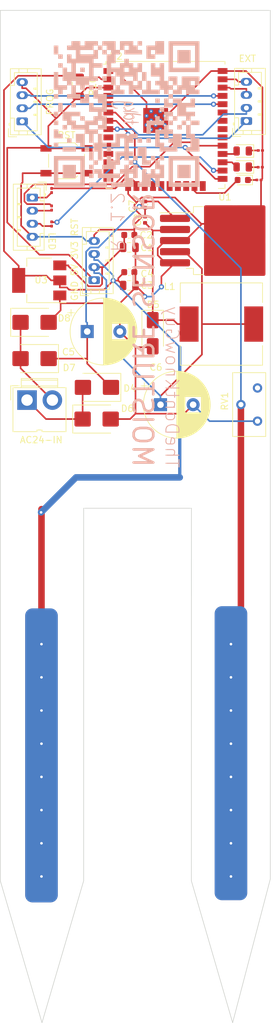
<source format=kicad_pcb>
(kicad_pcb (version 20221018) (generator pcbnew)
  (title_block (title "SPRINKLERS CONTROLLER") (date "2023-10-18") (rev "1.1.0") (company "GIDEONI"))
  (layers (0 "F.Cu" signal) (31 "B.Cu" signal) (34 "B.Paste" user) (35 "F.Paste" user) (36 "B.SilkS" user "B.Silkscreen") (37 "F.SilkS" user "F.Silkscreen") (38 "B.Mask" user) (39 "F.Mask" user) (44 "Edge.Cuts" user))
  (net 0 "")
  (net 2 "GRD")
  (net 4 "3V3")
  (net 11 "Net-(D3-A)")
  (net 12 "Net-(D2-A)")
  (net 20 "Net-(D1-A)")
  (net 21 "Net-(D1-K)")
  (net 22 "Net-(D2-K)")
  (net 23 "Net-(D3-K)")
  (net 24 "Net-(D5-K)")
  (net 25 "Net-(AC24-IN1-Pin_1)")
  (net 26 "Net-(D4-K)")
  (net 28 "Net-(U2-IO5)")
  (net 29 "Net-(U2-IO4)")
  (net 30 "Net-(AC24-IN1-Pin_2)")
  (net 32 "Net-(SENSOR1-Pin_1)")
  (net 36 "Net-(EXT1-Pin_1)")
  (net 37 "Net-(EXT1-Pin_2)")
  (net 38 "Net-(EXT1-Pin_3)")
  (net 39 "Net-(EXT1-Pin_4)")
  (net 40 "Net-(POWER1-Pin_2)")
  (net 41 "Net-(LED1-Pin_1)")
  (net 42 "Net-(LED1-Pin_2)")
  (net 43 "Net-(LED1-Pin_3)")
  (net 44 "Net-(POWER1-Pin_1)")
  (net 45 "Net-(PROG1-Pin_1)")
  (net 46 "Net-(PROG1-Pin_2)")
  (net 47 "Net-(PROG1-Pin_3)")
  (net 48 "Net-(U2-IO13)")
  (footprint "" (layer "F.Cu") (at 151.012298 128.304508)
    (fp_text reference "")
    (fp_text value "")
  )
  (footprint "Package_TO_SOT_SMD:TO-263-5_TabPin3" (layer "F.Cu") (at 150.091 49.8451)
    (fp_text reference "U1")
    (fp_text value "LM2596S-5")
  )
  (footprint "Capacitor_SMD:C_0805_2012Metric" (layer "F.Cu") (at 135.4364 56.7125)
    (fp_text reference "C3")
    (fp_text value "10uF")
  )
  (footprint "Potentiometer_THT:Potentiometer_Bourns_3296Y_Vertical" (layer "F.Cu") (at 155.0794 77.4836 -90)
    (fp_text reference "RV1")
    (fp_text value "R_Potentiometer_Small" hide)
  )
  (footprint "Capacitor_SMD:C_0402_1005Metric" (layer "F.Cu") (at 137.8873 44.3385 90)
    (fp_text reference "C7")
    (fp_text value "25V 1uF X5R ±10% 0402 Multilayer Ceramic Capacitors MLCC - SMD/SMT ROHS")
  )
  (footprint "Diode_SMD:D_SMB" (layer "F.Cu") (at 130.4328 77.1596)
    (fp_text reference "D6")
    (fp_text value "900mV@2A 30ns 2A 50V DO-214AA Diodes " hide)
  )
  (footprint "Connector_JST:JST_PH_B4B-PH-K_1x04_P2.00mm_Vertical" (layer "F.Cu") (at 119.0247 31.5974 90)
    (fp_text reference "PROG1" hide)
    (fp_text value "Conn_01x04_Pin")
  )
  (footprint "Button_Switch_SMD:SW_SPST_TL3342" (layer "F.Cu") (at 125.819502 37.630532)
    (fp_text reference "RST_SW1" hide)
    (fp_text value "SW_SPST")
  )
  (footprint "LED_SMD:LED_0805_2012Metric" (layer "F.Cu") (at 152.815726 36.136291 180)
    (fp_text reference "D3" hide)
    (fp_text value "LED")
  )
  (footprint "Resistor_SMD:R_0201_0603Metric" (layer "F.Cu") (at 155.496987 38.614338 180)
    (fp_text reference "R8" hide)
    (fp_text value "130")
  )
  (footprint "Resistor_SMD:R_0201_0603Metric" (layer "F.Cu") (at 123.5313 44.8607 90)
    (fp_text reference "R12" hide)
    (fp_text value "130")
  )
  (footprint "Diode_SMD:D_SMB" (layer "F.Cu") (at 120.9244 67.9082 180)
    (fp_text reference "D7")
    (fp_text value "900mV@2A 30ns 2A 50V DO-214AA Diodes " hide)
  )
  (footprint "Inductor_SMD:L_12x12mm_H8mm" (layer "F.Cu") (at 149.5458 62.6221)
    (fp_text reference "L1")
    (fp_text value "L")
  )
  (footprint "Connector_JST:JST_PH_B4B-PH-K_1x04_P2.00mm_Vertical" (layer "F.Cu") (at 153.378 31.5467 90)
    (fp_text reference "EXT1" hide)
    (fp_text value "Conn_01x04_Pin")
  )
  (footprint "Capacitor_SMD:C_0603_1608Metric" (layer "F.Cu") (at 135.4364 48.9856)
    (fp_text reference "C2")
    (fp_text value "100nF")
  )
  (footprint "Connector_JST:JST_PH_B4B-PH-K_1x04_P2.00mm_Vertical" (layer "F.Cu") (at 130.0533 55.9048 90)
    (fp_text reference "POWER1" hide)
    (fp_text value "Conn_01x04_Pin")
  )
  (footprint "Resistor_SMD:R_0201_0603Metric" (layer "F.Cu") (at 155.300285 40.564452 180)
    (fp_text reference "R9" hide)
    (fp_text value "130")
  )
  (footprint "Diode_SMD:D_SMB" (layer "F.Cu") (at 130.4783 72.3107 180)
    (fp_text reference "D4")
    (fp_text value "900mV@2A 30ns 2A 50V DO-214AA Diodes " hide)
  )
  (footprint "Capacitor_SMD:C_0603_1608Metric" (layer "F.Cu") (at 135.4364 54.6812)
    (fp_text reference "C4")
    (fp_text value "100nF")
  )
  (footprint "Package_TO_SOT_SMD:SOT-223-3_TabPin2" (layer "F.Cu") (at 121.6393 55.9394 180)
    (fp_text reference "U3")
    (fp_text value "AP1117-33" hide)
  )
  (footprint "Resistor_SMD:R_1206_3216Metric" (layer "F.Cu") (at 127.6075 26.3116 -90)
    (fp_text reference "R10")
    (fp_text value "10K")
  )
  (footprint "RF_Module:ESP32-WROOM-32U" (layer "F.Cu") (at 140.9763 32.1449)
    (fp_text reference "U2")
    (fp_text value "ESP32-WROOM-32U")
  )
  (footprint "" (layer "F.Cu") (at 151.012298 128.304508)
    (fp_text reference "")
    (fp_text value "")
  )
  (footprint "LED_SMD:LED_0603_1608Metric" (layer "F.Cu") (at 152.815726 40.570712 180)
    (fp_text reference "D1" hide)
    (fp_text value "LED")
  )
  (footprint "Diode_SMD:D_SMB" (layer "F.Cu") (at 120.9244 62.3582)
    (fp_text reference "D8")
    (fp_text value "900mV@2A 30ns 2A 50V DO-214AA Diodes " hide)
  )
  (footprint "Resistor_SMD:R_0201_0603Metric" (layer "F.Cu") (at 155.51769 36.051535 180)
    (fp_text reference "R7" hide)
    (fp_text value "130")
  )
  (footprint "" (layer "F.Cu") (at 121.980399 128.640111)
    (fp_text reference "")
    (fp_text value "")
  )
  (footprint "Diode_SMD:D_SMA" (layer "F.Cu") (at 139.0221 64.0218 -90)
    (fp_text reference "D5")
    (fp_text value "B140-E3")
  )
  (footprint "Capacitor_SMD:C_0805_2012Metric" (layer "F.Cu") (at 135.4364 50.8896)
    (fp_text reference "C1")
    (fp_text value "10uF")
  )
  (footprint "LED_SMD:LED_0805_2012Metric" (layer "F.Cu") (at 152.815726 38.580712 180)
    (fp_text reference "D2" hide)
    (fp_text value "LED")
  )
  (footprint "Capacitor_THT:CP_Radial_D10.0mm_P5.00mm" (layer "F.Cu") (at 140.2156 74.9632)
    (fp_text reference "C6")
    (fp_text value "C_Polarized" hide)
  )
  (footprint "Connector_JST:JST_PH_B4B-PH-K_1x04_P2.00mm_Vertical" (layer "F.Cu") (at 120.5739 43.2649 -90)
    (fp_text reference "LED1" hide)
    (fp_text value "Conn_01x04_Pin")
  )
  (footprint "" (layer "F.Cu") (at 121.980399 128.640111)
    (fp_text reference "")
    (fp_text value "")
  )
  (footprint "Resistor_SMD:R_0201_0603Metric" (layer "F.Cu") (at 123.5313 42.1772 90)
    (fp_text reference "R11" hide)
    (fp_text value "130")
  )
  (footprint "Connector:JWT_A3963_1x02_P3.96mm_Vertical" (layer "F.Cu") (at 119.769482 74.257201)
    (fp_text reference "AC24-IN1" hide)
    (fp_text value "Conn_01x02" hide)
  )
  (footprint "Capacitor_SMD:C_0402_1005Metric" (layer "F.Cu") (at 137.8512 46.6513 -90)
    (fp_text reference "C8")
    (fp_text value "25V 1uF X5R ±10% 0402 Multilayer Ceramic Capacitors MLCC - SMD/SMT ROHS")
  )
  (footprint "Capacitor_THT:CP_Radial_D10.0mm_P5.00mm" (layer "F.Cu") (at 128.9882 63.7639)
    (fp_text reference "C5")
    (fp_text value "C_Polarized" hide)
  )
  (footprint "Resistor_SMD:R_0201_0603Metric" (layer "F.Cu") (at 123.5313 47.3044 90)
    (fp_text reference "R13" hide)
    (fp_text value "130")
  )
  (footprint "my lib:sprinklers qr code" (layer "B.Cu") (at 135.029893 30.48 90)
    (fp_text reference "")
    (fp_text value "LOGO" hide)
  )
  (gr_line (start 151.269364 169.551973) (end 144.946044 147.836012) (stroke (width 0.1)) (layer "Edge.Cuts"))
  (gr_line (start 128.444304 147.827944) (end 122.059364 169.551973) (stroke (width 0.1)) (layer "Edge.Cuts"))
  (gr_line (start 144.946044 147.836012) (end 144.954304 90.811973) (stroke (width 0.1)) (layer "Edge.Cuts"))
  (gr_line (start 144.954304 90.811973) (end 128.444304 90.811973) (stroke (width 0.1)) (layer "Edge.Cuts"))
  (gr_line (start 128.444304 90.811973) (end 128.444304 147.827944) (stroke (width 0.1)) (layer "Edge.Cuts"))
  (gr_line (start 157.041656 14.611973) (end 157.041656 147.557094) (stroke (width 0.1)) (layer "Edge.Cuts"))
  (gr_line (start 115.674425 147.834778) (end 115.674425 93.460824) (stroke (width 0.1)) (layer "Edge.Cuts"))
  (gr_line (start 115.674425 93.460824) (end 115.674425 14.611973) (stroke (width 0.1)) (layer "Edge.Cuts"))
  (gr_line (start 157.041656 147.557094) (end 151.269364 169.551973) (stroke (width 0.1)) (layer "Edge.Cuts"))
  (gr_line (start 115.674425 14.611973) (end 157.041656 14.611973) (stroke (width 0.1)) (layer "Edge.Cuts"))
  (gr_line (start 122.059364 169.551973) (end 115.674425 147.834778) (stroke (width 0.1)) (layer "Edge.Cuts"))
  (gr_text "R. 1.2" (at 132.404579 51.722453 -90) (layer "B.SilkS") (effects (font (size 2 2)) (justify left bottom mirror)))
  (gr_text "MOISTURE SENSOR" (at 135.717409 84.786671 -90) (layer "B.SilkS") (effects (font (size 3 3) (thickness 0.4)) (justify left bottom mirror)))
  (gr_text "TheDontKnowGuy" (at 140.797409 84.786671 -90) (layer "B.SilkS") (effects (font (size 2 2)) (justify left bottom mirror)))
  (segment (start 136.2114 48.9856) (end 136.2114 48.1766) (width 0.25) (layer "F.Cu") (net 2))
  (segment (start 118.8623 41.1582) (end 118.8623 47.5533) (width 0.25) (layer "F.Cu") (net 2))
  (segment (start 139.4513 31.6274) (end 138.7888 31.6274) (width 0.25) (layer "F.Cu") (net 2))
  (segment (start 144.0146 49.8451) (end 142.441 49.8451) (width 0.25) (layer "F.Cu") (net 2))
  (segment (start 136.2114 54.6812) (end 136.3864 54.8562) (width 0.25) (layer "F.Cu") (net 2))
  (segment (start 142.441 49.8451) (end 140.9721 49.8451) (width 0.25) (layer "F.Cu") (net 2))
  (segment (start 137.328 43.2473) (end 136.5549 44.0204) (width 0.25) (layer "F.Cu") (net 2))
  (segment (start 152.4535 51.0576) (end 154.016 52.6201) (width 0.25) (layer "F.Cu") (net 2))
  (segment (start 139.4763 33.0149) (end 139.4513 32.9899) (width 0.25) (layer "F.Cu") (net 2))
  (segment (start 136.3864 57.0424) (end 133.9882 59.4406) (width 0.25) (layer "F.Cu") (net 2))
  (segment (start 140.355795 55.330305) (end 140.355795 56.924504) (width 0.25) (layer "F.Cu") (net 2))
  (segment (start 140.1763 31.6149) (end 140.8763 31.6149) (width 0.25) (layer "F.Cu") (net 2))
  (segment (start 136.3875 76.3354) (end 143.8434 76.3354) (width 0.25) (layer "F.Cu") (net 2))
  (segment (start 122.669502 39.530532) (end 119.0883 39.530532) (width 0.25) (layer "F.Cu") (net 2))
  (segment (start 155.83769 36.051535) (end 155.83769 38.593635) (width 0.25) (layer "F.Cu") (net 2))
  (segment (start 138.0763 33.0149) (end 138.7763 33.0149) (width 0.25) (layer "F.Cu") (net 2))
  (segment (start 133.9882 59.4406) (end 124.9136 59.4406) (width 0.25) (layer "F.Cu") (net 2))
  (segment (start 137.8512 46.1713) (end 137.8512 44.8546) (width 0.25) (layer "F.Cu") (net 2))
  (segment (start 136.2114 48.1766) (end 130.8546 48.1766) (width 0.25) (layer "F.Cu") (net 2))
  (segment (start 146.4683 47.2826) (end 146.4683 47.3914) (width 0.25) (layer "F.Cu") (net 2))
  (segment (start 155.816987 38.614338) (end 155.816987 40.36775) (width 0.25) (layer "F.Cu") (net 2))
  (segment (start 139.4638 30.2274) (end 139.4513 30.2274) (width 0.25) (layer "F.Cu") (net 2))
  (segment (start 136.3864 50.8896) (end 136.2114 50.7146) (width 0.25) (layer "F.Cu") (net 2))
  (segment (start 122.669502 39.530532) (end 128.969502 39.530532) (width 0.25) (layer "F.Cu") (net 2))
  (segment (start 138.7763 33.0149) (end 139.4263 33.0149) (width 0.25) (layer "F.Cu") (net 2))
  (segment (start 137.4077 46.1713) (end 137.8512 46.1713) (width 0.25) (layer "F.Cu") (net 2))
  (segment (start 153.3219 23.8949) (end 155.83769 26.41069) (width 0.25) (layer "F.Cu") (net 2))
  (segment (start 138.0763 28.668) (end 133.3032 23.8949) (width 0.25) (layer "F.Cu") (net 2))
  (segment (start 136.2114 54.6812) (end 136.3864 54.5062) (width 0.25) (layer "F.Cu") (net 2))
  (segment (start 138.7888 30.2274) (end 138.7763 30.2149) (width 0.25) (layer "F.Cu") (net 2))
  (segment (start 136.2268 44.3485) (end 136.2268 44.9904) (width 0.25) (layer "F.Cu") (net 2))
  (segment (start 140.9477 53.2451) (end 142.441 53.2451) (width 0.25) (layer "F.Cu") (net 2))
  (segment (start 155.816987 40.36775) (end 155.620285 40.564452) (width 0.25) (layer "F.Cu") (net 2))
  (segment (start 136.2114 50.7146) (end 136.2114 48.9856) (width 0.25) (layer "F.Cu") (net 2))
  (segment (start 138.0763 31.6149) (end 138.0763 30.9149) (width 0.25) (layer "F.Cu") (net 2))
  (segment (start 155.83769 26.41069) (end 155.83769 36.051535) (width 0.25) (layer "F.Cu") (net 2))
  (segment (start 140.8763 33.0149) (end 140.8763 32.3149) (width 0.25) (layer "F.Cu") (net 2))
  (segment (start 139.7931 51.0241) (end 139.7931 52.0905) (width 0.25) (layer "F.Cu") (net 2))
  (segment (start 142.441 53.2451) (end 140.355795 55.330305) (width 0.25) (layer "F.Cu") (net 2))
  (segment (start 138.8807 66.1632) (end 139.0221 66.0218) (width 0.25) (layer "F.Cu") (net 2))
  (segment (start 140.1763 33.0149) (end 140.8763 33.0149) (width 0.25) (layer "F.Cu") (net 2))
  (segment (start 140.1763 30.2149) (end 139.4763 30.2149) (width 0.25) (layer "F.Cu") (net 2))
  (segment (start 140.8763 30.2149) (end 141.6532 30.2149) (width 0.25) (layer "F.Cu") (net 2))
  (segment (start 147.9732 23.8949) (end 153.3219 23.8949) (width 0.25) (layer "F.Cu") (net 2))
  (segment (start 151.591 49.4951) (end 149.166 47.0701) (width 0.25) (layer "F.Cu") (net 2))
  (segment (start 139.4513 30.2274) (end 138.7888 30.2274) (width 0.25) (layer "F.Cu") (net 2))
  (segment (start 138.0763 30.2149) (end 138.0763 28.668) (width 0.25) (layer "F.Cu") (net 2))
  (segment (start 130.8546 48.1766) (end 130.0533 48.9779) (width 0.25) (layer "F.Cu") (net 2))
  (segment (start 140.8763 30.9149) (end 140.8763 30.2149) (width 0.25) (layer "F.Cu") (net 2))
  (segment (start 154.3756 46.7105) (end 154.016 47.0701) (width 0.25) (layer "F.Cu") (net 2))
  (segment (start 146.4683 47.3914) (end 144.0146 49.8451) (width 0.25) (layer "F.Cu") (net 2))
  (segment (start 142.433 43.2473) (end 137.328 43.2473) (width 0.25) (layer "F.Cu") (net 2))
  (segment (start 136.2268 44.9904) (end 137.4077 46.1713) (width 0.25) (layer "F.Cu") (net 2))
  (segment (start 155.620285 40.564452) (end 155.620285 45.886553) (width 0.25) (layer "F.Cu") (net 2))
  (segment (start 139.4513 31.6274) (end 139.4513 32.3149) (width 0.25) (layer "F.Cu") (net 2))
  (segment (start 155.83769 38.593635) (end 155.816987 38.614338) (width 0.25) (layer "F.Cu") (net 2))
  (segment (start 149.166 52.6201) (end 150.7285 51.0576) (width 0.25) (layer "F.Cu") (net 2))
  (segment (start 140.8763 31.6149) (end 140.8763 30.9149) (width 0.25) (layer "F.Cu") (net 2))
  (segment (start 136.3864 56.7125) (end 136.3864 57.0424) (width 0.25) (layer "F.Cu") (net 2))
  (segment (start 146.4683 47.2826) (end 142.433 43.2473) (width 0.25) (layer "F.Cu") (net 2))
  (segment (start 137.799191 58.125291) (end 136.3864 56.7125) (width 0.25) (layer "F.Cu") (net 2))
  (segment (start 140.9721 49.8451) (end 139.7931 51.0241) (width 0.25) (layer "F.Cu") (net 2))
  (segment (start 151.591 51.0576) (end 151.591 49.8451) (width 0.25) (layer "F.Cu") (net 2))
  (segment (start 133.9882 59.4406) (end 133.9882 63.7639) (width 0.25) (layer "F.Cu") (net 2))
  (segment (start 119.0883 40.9322) (end 118.8623 41.1582) (width 0.25) (layer "F.Cu") (net 2))
  (segment (start 137.799191 58.417759) (end 137.799191 58.125291) (width 0.25) (layer "F.Cu") (net 2))
  (segment (start 154.016 47.0701) (end 151.591 49.4951) (width 0.25) (layer "F.Cu") (net 2))
  (segment (start 118.8623 47.5533) (end 120.5739 49.2649) (width 0.25) (layer "F.Cu") (net 2))
  (segment (start 141.6532 30.2149) (end 147.9732 23.8949) (width 0.25) (layer "F.Cu") (net 2))
  (segment (start 124.9136 60.519) (end 123.0744 62.3582) (width 0.25) (layer "F.Cu") (net 2))
  (segment (start 155.620285 45.886553) (end 154.777926 46.728912) (width 0.25) (layer "F.Cu") (net 2))
  (segment (start 124.9136 59.4406) (end 124.7893 59.3163) (width 0.25) (layer "F.Cu") (net 2))
  (segment (start 139.4638 31.6274) (end 139.4763 31.6149) (width 0.25) (layer "F.Cu") (net 2))
  (segment (start 149.166 47.0701) (end 148.9535 47.2826) (width 0.25) (layer "F.Cu") (net 2))
  (segment (start 140.8763 32.3149) (end 140.8763 31.6149) (width 0.25) (layer "F.Cu") (net 2))
  (segment (start 136.2114 47.3676) (end 137.4077 46.1713) (width 0.25) (layer "F.Cu") (net 2))
  (segment (start 137.8512 44.8546) (end 137.8873 44.8185) (width 0.25) (layer "F.Cu") (net 2))
  (segment (start 143.8434 76.3354) (end 145.2156 74.9632) (width 0.25) (layer "F.Cu") (net 2))
  (segment (start 138.0763 32.3149) (end 138.0763 33.0149) (width 0.25) (layer "F.Cu") (net 2))
  (segment (start 132.2263 23.8949) (end 133.3032 23.8949) (width 0.25) (layer "F.Cu") (net 2))
  (segment (start 135.2663 41.6549) (end 135.2663 42.7318) (width 0.25) (layer "F.Cu") (net 2))
  (segment (start 135.5633 77.1596) (end 132.5828 77.1596) (width 0.25) (layer "F.Cu") (net 2))
  (segment (start 136.5549 44.0204) (end 136.2268 44.3485) (width 0.25) (layer "F.Cu") (net 2))
  (segment (start 136.3864 54.8562) (end 136.3864 56.7125) (width 0.25) (layer "F.Cu") (net 2))
  (segment (start 139.4513 30.2274) (end 139.4513 30.9149) (width 0.25) (layer "F.Cu") (net 2))
  (segment (start 138.7888 31.6274) (end 138.7763 31.6149) (width 0.25) (layer "F.Cu") (net 2))
  (segment (start 136.5549 44.0204) (end 135.2663 42.7318) (width 0.25) (layer "F.Cu") (net 2))
  (segment (start 150.7285 51.0576) (end 151.591 51.0576) (width 0.25) (layer "F.Cu") (net 2))
  (segment (start 124.7893 58.2394) (end 124.7893 59.3163) (width 0.25) (layer "F.Cu") (net 2))
  (segment (start 138.0763 30.9149) (end 138.0763 30.2149) (width 0.25) (layer "F.Cu") (net 2))
  (segment (start 139.7931 52.0905) (end 140.9477 53.2451) (width 0.25) (layer "F.Cu") (net 2))
  (segment (start 136.3864 54.5062) (end 136.3864 50.8896) (width 0.25) (layer "F.Cu") (net 2))
  (segment (start 148.9535 47.2826) (end 146.4683 47.2826) (width 0.25) (layer "F.Cu") (net 2))
  (segment (start 139.4513 31.6274) (end 139.4638 31.6274) (width 0.25) (layer "F.Cu") (net 2))
  (segment (start 136.3875 66.1632) (end 133.9882 63.7639) (width 0.25) (layer "F.Cu") (net 2))
  (segment (start 136.3875 76.3354) (end 135.5633 77.1596) (width 0.25) (layer "F.Cu") (net 2))
  (segment (start 119.0883 39.530532) (end 119.0883 40.9322) (width 0.25) (layer "F.Cu") (net 2))
  (segment (start 136.3875 66.1632) (end 138.8807 66.1632) (width 0.25) (layer "F.Cu") (net 2))
  (segment (start 139.4763 30.2149) (end 139.4638 30.2274) (width 0.25) (layer "F.Cu") (net 2))
  (segment (start 139.4763 31.6149) (end 140.1763 31.6149) (width 0.25) (layer "F.Cu") (net 2))
  (segment (start 130.0533 49.9048) (end 130.0533 48.9779) (width 0.25) (layer "F.Cu") (net 2))
  (segment (start 139.4513 32.9899) (end 139.4513 32.3149) (width 0.25) (layer "F.Cu") (net 2))
  (segment (start 151.591 51.0576) (end 152.4535 51.0576) (width 0.25) (layer "F.Cu") (net 2))
  (segment (start 136.2114 48.1766) (end 136.2114 47.3676) (width 0.25) (layer "F.Cu") (net 2))
  (segment (start 139.4263 33.0149) (end 139.4513 32.9899) (width 0.25) (layer "F.Cu") (net 2))
  (segment (start 151.591 49.8451) (end 151.591 49.4951) (width 0.25) (layer "F.Cu") (net 2))
  (segment (start 138.7763 31.6149) (end 138.0763 31.6149) (width 0.25) (layer "F.Cu") (net 2))
  (segment (start 140.8763 30.2149) (end 140.1763 30.2149) (width 0.25) (layer "F.Cu") (net 2))
  (segment (start 136.3875 66.1632) (end 136.3875 76.3354) (width 0.25) (layer "F.Cu") (net 2))
  (segment (start 124.9136 59.4406) (end 124.9136 60.519) (width 0.25) (layer "F.Cu") (net 2))
  (via (at 140.355795 56.924504) (size 0.8) (drill 0.4) (layers "F.Cu" "B.Cu") (net 2))
  (via (at 137.799191 58.417759) (size 0.8) (drill 0.4) (layers "F.Cu" "B.Cu") (net 2))
  (segment (start 138.86254 58.417759) (end 137.799191 58.417759) (width 0.25) (layer "B.Cu") (net 2))
  (segment (start 145.2156 74.9632) (end 147.736 77.4836) (width 0.25) (layer "B.Cu") (net 2))
  (segment (start 128.2115 49.2649) (end 120.5739 49.2649) (width 0.25) (layer "B.Cu") (net 2))
  (segment (start 130.0533 49.9048) (end 128.8514 49.9048) (width 0.25) (layer "B.Cu") (net 2))
  (segment (start 140.355795 56.924504) (end 138.86254 58.417759) (width 0.25) (layer "B.Cu") (net 2))
  (segment (start 128.8514 49.9048) (end 128.2115 49.2649) (width 0.25) (layer "B.Cu") (net 2))
  (segment (start 147.736 77.4836) (end 155.0794 77.4836) (width 0.25) (layer "B.Cu") (net 2))
  (segment (start 124.7893 55.9394) (end 124.7893 57.0163) (width 0.25) (layer "F.Cu") (net 4))
  (segment (start 133.7431 55.9692) (end 133.7431 55.5995) (width 0.25) (layer "F.Cu") (net 4))
  (segment (start 124.7893 57.0163) (end 125.8662 57.0163) (width 0.25) (layer "F.Cu") (net 4))
  (segment (start 122.7374 55.2144) (end 123.4624 55.9394) (width 0.25) (layer "F.Cu") (net 4))
  (segment (start 124.7893 55.9394) (end 123.4624 55.9394) (width 0.25) (layer "F.Cu") (net 4))
  (segment (start 130.8336 24.8491) (end 127.6075 24.8491) (width 0.25) (layer "F.Cu") (net 4))
  (segment (start 118.4893 55.9394) (end 118.4893 55.2144) (width 0.25) (layer "F.Cu") (net 4))
  (segment (start 118.4893 55.2144) (end 122.7374 55.2144) (width 0.25) (layer "F.Cu") (net 4))
  (segment (start 131.8013 25.1649) (end 131.1494 25.1649) (width 0.25) (layer "F.Cu") (net 4))
  (segment (start 116.2327 51.4559) (end 118.4893 53.7125) (width 0.25) (layer "F.Cu") (net 4))
  (segment (start 131.1494 25.1649) (end 130.8336 24.8491) (width 0.25) (layer "F.Cu") (net 4))
  (segment (start 121.980399 110.000101) (end 121.980399 90.950101) (width 1) (layer "F.Cu") (net 4))
  (segment (start 118.4893 55.2144) (end 118.4893 53.7125) (width 0.25) (layer "F.Cu") (net 4))
  (segment (start 131.5809 57.3573) (end 132.969 55.9692) (width 0.25) (layer "F.Cu") (net 4))
  (segment (start 118.4139 24.6188) (end 116.2327 26.8) (width 0.25) (layer "F.Cu") (net 4))
  (segment (start 127.3772 24.6188) (end 118.4139 24.6188) (width 0.25) (layer "F.Cu") (net 4))
  (segment (start 132.969 55.9692) (end 133.7431 55.9692) (width 0.25) (layer "F.Cu") (net 4))
  (segment (start 127.6075 24.8491) (end 127.3772 24.6188) (width 0.25) (layer "F.Cu") (net 4))
  (segment (start 133.7431 55.9692) (end 134.4864 56.7125) (width 0.25) (layer "F.Cu") (net 4))
  (segment (start 126.2072 57.3573) (end 131.5809 57.3573) (width 0.25) (layer "F.Cu") (net 4))
  (segment (start 116.2327 26.8) (end 116.2327 51.4559) (width 0.25) (layer "F.Cu") (net 4))
  (segment (start 133.7431 55.5995) (end 134.6614 54.6812) (width 0.25) (layer "F.Cu") (net 4))
  (segment (start 125.8662 57.0163) (end 126.2072 57.3573) (width 0.25) (layer "F.Cu") (net 4))
  (segment (start 131.8013 25.1649) (end 132.2263 25.1649) (width 0.25) (layer "F.Cu") (net 4))
  (via (at 121.980399 111.610243) (size 0.8) (drill 0.4) (layers "F.Cu" "B.Cu") (net 4))
  (via (at 121.980399 131.930243) (size 0.8) (drill 0.4) (layers "F.Cu" "B.Cu") (net 4))
  (via (at 121.980399 121.770243) (size 0.8) (drill 0.4) (layers "F.Cu" "B.Cu") (net 4))
  (via (at 121.980399 116.690243) (size 0.8) (drill 0.4) (layers "F.Cu" "B.Cu") (net 4))
  (via (at 132.969 55.9692) (size 0.8) (drill 0.4) (layers "F.Cu" "B.Cu") (net 4))
  (via (at 121.980399 137.010243) (size 0.8) (drill 0.4) (layers "F.Cu" "B.Cu") (net 4))
  (via (at 121.980399 142.090243) (size 0.8) (drill 0.4) (layers "F.Cu" "B.Cu") (net 4))
  (via (at 121.92 91.44) (size 0.8) (drill 0.4) (layers "F.Cu" "B.Cu") (net 4))
  (via (at 121.980399 126.850243) (size 0.8) (drill 0.4) (layers "F.Cu" "B.Cu") (net 4))
  (via (at 121.980399 147.170243) (size 0.8) (drill 0.4) (layers "F.Cu" "B.Cu") (net 4))
  (segment (start 130.0533 51.9048) (end 130.0533 52.8317) (width 0.25) (layer "B.Cu") (net 4))
  (segment (start 130.6326 52.8317) (end 132.969 55.1681) (width 0.25) (layer "B.Cu") (net 4))
  (segment (start 143.1681 86.0881) (end 127.2719 86.0881) (width 1) (layer "B.Cu") (net 4))
  (segment (start 143.168 86.0881) (end 143.1681 86.0881) (width 0.25) (layer "B.Cu") (net 4))
  (segment (start 143.168 66.1682) (end 143.168 86.0881) (width 0.5) (layer "B.Cu") (net 4))
  (segment (start 130.0533 52.8317) (end 130.6326 52.8317) (width 0.25) (layer "B.Cu") (net 4))
  (segment (start 132.969 55.9692) (end 143.168 66.1682) (width 0.25) (layer "B.Cu") (net 4))
  (segment (start 132.969 55.1681) (end 132.969 55.9692) (width 0.25) (layer "B.Cu") (net 4))
  (segment (start 127.2719 86.0881) (end 121.92 91.44) (width 1) (layer "B.Cu") (net 4))
  (segment (start 151.424617 36.5899) (end 151.878226 36.136291) (width 0.25) (layer "F.Cu") (net 11))
  (segment (start 149.7263 36.5899) (end 151.424617 36.5899) (width 0.25) (layer "F.Cu") (net 11))
  (segment (start 151.878226 38.580712) (end 151.157414 37.8599) (width 0.25) (layer "F.Cu") (net 12))
  (segment (start 151.157414 37.8599) (end 149.7263 37.8599) (width 0.25) (layer "F.Cu") (net 12))
  (segment (start 145.4213 42.2449) (end 145.7463 42.5699) (width 0.25) (layer "F.Cu") (net 20))
  (segment (start 150.029038 42.5699) (end 152.028226 40.570712) (width 0.25) (layer "F.Cu") (net 20))
  (segment (start 145.7463 42.5699) (end 150.029038 42.5699) (width 0.25) (layer "F.Cu") (net 20))
  (segment (start 145.4213 41.4949) (end 145.4213 42.2449) (width 0.25) (layer "F.Cu") (net 20))
  (segment (start 154.974025 40.570712) (end 154.980285 40.564452) (width 0.25) (layer "F.Cu") (net 21))
  (segment (start 153.603226 40.570712) (end 154.974025 40.570712) (width 0.25) (layer "F.Cu") (net 21))
  (segment (start 155.176987 38.614338) (end 153.786852 38.614338) (width 0.25) (layer "F.Cu") (net 22))
  (segment (start 153.786852 38.614338) (end 153.753226 38.580712) (width 0.25) (layer "F.Cu") (net 22))
  (segment (start 153.837982 36.051535) (end 153.753226 36.136291) (width 0.25) (layer "F.Cu") (net 23))
  (segment (start 155.19769 36.051535) (end 153.837982 36.051535) (width 0.25) (layer "F.Cu") (net 23))
  (segment (start 139.0221 62.0218) (end 142.2186 62.0218) (width 0.25) (layer "F.Cu") (net 24))
  (segment (start 139.0221 48.3022) (end 142.2839 48.3022) (width 0.25) (layer "F.Cu") (net 24))
  (segment (start 139.0221 48.3022) (end 139.0221 62.0218) (width 0.25) (layer "F.Cu") (net 24))
  (segment (start 142.2186 62.0218) (end 142.8189 62.6221) (width 0.25) (layer "F.Cu") (net 24))
  (segment (start 142.2839 48.3022) (end 142.441 48.1451) (width 0.25) (layer "F.Cu") (net 24))
  (segment (start 139.0221 48.3022) (end 137.8512 47.1313) (width 0.25) (layer "F.Cu") (net 24))
  (segment (start 144.5958 62.6221) (end 142.8189 62.6221) (width 0.25) (layer "F.Cu") (net 24))
  (segment (start 122.671881 77.1596) (end 128.2828 77.1596) (width 0.25) (layer "F.Cu") (net 25))
  (segment (start 128.2828 72.3562) (end 128.2828 75.8042) (width 0.25) (layer "F.Cu") (net 25))
  (segment (start 128.2828 75.8042) (end 128.2828 77.1596) (width 0.25) (layer "F.Cu") (net 25))
  (segment (start 128.3283 72.3107) (end 128.2828 72.3562) (width 0.25) (layer "F.Cu") (net 25))
  (segment (start 119.769482 74.257201) (end 122.671881 77.1596) (width 0.25) (layer "F.Cu") (net 25))
  (segment (start 128.9882 63.7639) (end 128.9882 67.9082) (width 0.25) (layer "F.Cu") (net 26))
  (segment (start 128.9882 68.6706) (end 132.6283 72.3107) (width 0.25) (layer "F.Cu") (net 26))
  (segment (start 139.8544 43.8585) (end 142.441 46.4451) (width 0.25) (layer "F.Cu") (net 26))
  (segment (start 137.8873 43.8585) (end 139.8544 43.8585) (width 0.25) (layer "F.Cu") (net 26))
  (segment (start 128.9882 67.9082) (end 123.0744 67.9082) (width 0.25) (layer "F.Cu") (net 26))
  (segment (start 128.9882 67.9082) (end 128.9882 68.6706) (width 0.25) (layer "F.Cu") (net 26))
  (segment (start 136.9675 44.6369) (end 137.7459 43.8585) (width 0.25) (layer "F.Cu") (net 26))
  (segment (start 137.7459 43.8585) (end 137.8873 43.8585) (width 0.25) (layer "F.Cu") (net 26))
  (via (at 136.9675 44.6369) (size 0.8) (drill 0.4) (layers "F.Cu" "B.Cu") (net 26))
  (segment (start 128.8185 62.2673) (end 128.9882 62.437) (width 0.25) (layer "B.Cu") (net 26))
  (segment (start 128.9882 63.7639) (end 128.9882 62.437) (width 0.25) (layer "B.Cu") (net 26))
  (segment (start 136.9675 44.6369) (end 130.6996 50.9048) (width 0.25) (layer "B.Cu") (net 26))
  (segment (start 129.4512 50.9048) (end 128.8185 51.5375) (width 0.25) (layer "B.Cu") (net 26))
  (segment (start 130.6996 50.9048) (end 129.4512 50.9048) (width 0.25) (layer "B.Cu") (net 26))
  (segment (start 128.8185 51.5375) (end 128.8185 62.2673) (width 0.25) (layer "B.Cu") (net 26))
  (segment (start 144.9479 34.8021) (end 142.2986 34.8021) (width 0.25) (layer "F.Cu") (net 28))
  (segment (start 119.7816 44.2654) (end 123.256 44.2654) (width 0.25) (layer "F.Cu") (net 28))
  (segment (start 123.256 44.2654) (end 123.5313 44.5407) (width 0.25) (layer "F.Cu") (net 28))
  (segment (start 120.7964 41.2335) (end 119.3697 42.6602) (width 0.25) (layer "F.Cu") (net 28))
  (segment (start 138.5647 38.536) (end 135.8954 38.536) (width 0.25) (layer "F.Cu") (net 28))
  (segment (start 149.7263 35.3249) (end 145.4707 35.3249) (width 0.25) (layer "F.Cu") (net 28))
  (segment (start 119.3697 42.6602) (end 119.3697 43.8535) (width 0.25) (layer "F.Cu") (net 28))
  (segment (start 133.1979 41.2335) (end 120.7964 41.2335) (width 0.25) (layer "F.Cu") (net 28))
  (segment (start 119.3697 43.8535) (end 119.7816 44.2654) (width 0.25) (layer "F.Cu") (net 28))
  (segment (start 135.8954 38.536) (end 133.1979 41.2335) (width 0.25) (layer "F.Cu") (net 28))
  (segment (start 142.2986 34.8021) (end 138.5647 38.536) (width 0.25) (layer "F.Cu") (net 28))
  (segment (start 145.4707 35.3249) (end 144.9479 34.8021) (width 0.25) (layer "F.Cu") (net 28))
  (segment (start 148.3751 39.1349) (end 148.342 39.1018) (width 0.25) (layer "F.Cu") (net 29))
  (segment (start 149.7263 39.1349) (end 148.3751 39.1349) (width 0.25) (layer "F.Cu") (net 29))
  (segment (start 124.355 47.033) (end 123.5799 47.033) (width 0.25) (layer "F.Cu") (net 29))
  (segment (start 123.5799 47.033) (end 123.5313 46.9844) (width 0.25) (layer "F.Cu") (net 29))
  (via (at 124.355 47.033) (size 0.8) (drill 0.4) (layers "F.Cu" "B.Cu") (net 29))
  (via (at 148.342 39.1018) (size 0.8) (drill 0.4) (layers "F.Cu" "B.Cu") (net 29))
  (segment (start 134.3236 37.0644) (end 124.355 47.033) (width 0.25) (layer "B.Cu") (net 29))
  (segment (start 146.3046 37.0644) (end 148.342 39.1018) (width 0.25) (layer "B.Cu") (net 29))
  (segment (start 134.3236 37.0644) (end 146.3046 37.0644) (width 0.25) (layer "B.Cu") (net 29))
  (segment (start 118.7744 69.382119) (end 118.7744 67.9082) (width 0.25) (layer "F.Cu") (net 30))
  (segment (start 119.7923 68.9261) (end 118.7744 67.9082) (width 0.25) (layer "F.Cu") (net 30))
  (segment (start 118.7744 67.9082) (end 118.7744 62.3582) (width 0.25) (layer "F.Cu") (net 30))
  (segment (start 123.649482 74.257201) (end 118.7744 69.382119) (width 0.25) (layer "F.Cu") (net 30))
  (segment (start 133.3032 30.2449) (end 136.2791 33.2208) (width 0.25) (layer "F.Cu") (net 32))
  (segment (start 136.2791 33.2208) (end 136.2791 37.809) (width 0.25) (layer "F.Cu") (net 32))
  (segment (start 151.012298 111.610243) (end 152.5394 110.083141) (width 0.25) (layer "F.Cu") (net 32))
  (segment (start 152.5394 110.083141) (end 152.5394 74.9436) (width 1) (layer "F.Cu") (net 32))
  (segment (start 132.2263 30.2449) (end 133.3032 30.2449) (width 0.25) (layer "F.Cu") (net 32))
  (segment (start 152.4 75.083) (end 152.5394 74.9436) (width 0.25) (layer "F.Cu") (net 32))
  (via (at 151.012298 137.010243) (size 0.8) (drill 0.4) (layers "F.Cu" "B.Cu") (net 32))
  (via (at 151.012298 116.690243) (size 0.8) (drill 0.4) (layers "F.Cu" "B.Cu") (net 32))
  (via (at 151.012298 111.610243) (size 0.8) (drill 0.4) (layers "F.Cu" "B.Cu") (net 32))
  (via (at 151.012298 131.930243) (size 0.8) (drill 0.4) (layers "F.Cu" "B.Cu") (net 32))
  (via (at 151.012298 147.170243) (size 0.8) (drill 0.4) (layers "F.Cu" "B.Cu") (net 32))
  (via (at 151.012298 142.090243) (size 0.8) (drill 0.4) (layers "F.Cu" "B.Cu") (net 32))
  (via (at 151.012298 126.850243) (size 0.8) (drill 0.4) (layers "F.Cu" "B.Cu") (net 32))
  (via (at 136.2791 37.809) (size 0.8) (drill 0.4) (layers "F.Cu" "B.Cu") (net 32))
  (via (at 151.012298 121.770243) (size 0.8) (drill 0.4) (layers "F.Cu" "B.Cu") (net 32))
  (segment (start 152.5394 54.0693) (end 136.2791 37.809) (width 0.25) (layer "B.Cu") (net 32))
  (segment (start 152.5394 74.9436) (end 152.5394 54.0693) (width 0.25) (layer "B.Cu") (net 32))
  (segment (start 133.4113 31.5149) (end 135.2303 33.3339) (width 0.25) (layer "F.Cu") (net 36))
  (segment (start 132.2263 31.5149) (end 133.4113 31.5149) (width 0.25) (layer "F.Cu") (net 36))
  (segment (start 135.2303 33.3339) (end 135.2303 33.5904) (width 0.25) (layer "F.Cu") (net 36))
  (via (at 135.2303 33.5904) (size 0.8) (drill 0.4) (layers "F.Cu" "B.Cu") (net 36))
  (segment (start 153.378 31.5467) (end 150.7455 34.1792) (width 0.25) (layer "B.Cu") (net 36))
  (segment (start 150.7455 34.1792) (end 135.8191 34.1792) (width 0.25) (layer "B.Cu") (net 36))
  (segment (start 135.8191 34.1792) (end 135.2303 33.5904) (width 0.25) (layer "B.Cu") (net 36))
  (segment (start 132.2263 32.7849) (end 133.5898 32.7849) (width 0.25) (layer "F.Cu") (net 37))
  (via (at 133.5898 32.7849) (size 0.8) (drill 0.4) (layers "F.Cu" "B.Cu") (net 37))
  (segment (start 146.6898 33.6565) (end 136.8336 33.6565) (width 0.25) (layer "B.Cu") (net 37))
  (segment (start 149.8727 30.4736) (end 146.6898 33.6565) (width 0.25) (layer "B.Cu") (net 37))
  (segment (start 135.962 32.7849) (end 133.5898 32.7849) (width 0.25) (layer "B.Cu") (net 37))
  (segment (start 136.8336 33.6565) (end 135.962 32.7849) (width 0.25) (layer "B.Cu") (net 37))
  (segment (start 153.378 30.4736) (end 149.8727 30.4736) (width 0.25) (layer "B.Cu") (net 37))
  (segment (start 153.378 29.5467) (end 153.378 30.4736) (width 0.25) (layer "B.Cu") (net 37))
  (segment (start 149.7263 26.4349) (end 150.8032 26.4349) (width 0.25) (layer "F.Cu") (net 38))
  (segment (start 150.8032 26.4349) (end 150.9881 26.6198) (width 0.25) (layer "F.Cu") (net 38))
  (segment (start 150.9881 26.6198) (end 153.378 26.6198) (width 0.25) (layer "F.Cu") (net 38))
  (segment (start 153.378 27.5467) (end 153.378 26.6198) (width 0.25) (layer "F.Cu") (net 38))
  (segment (start 151.7943 25.1649) (end 152.1761 25.5467) (width 0.25) (layer "F.Cu") (net 39))
  (segment (start 149.7263 25.1649) (end 151.7943 25.1649) (width 0.25) (layer "F.Cu") (net 39))
  (segment (start 153.378 25.5467) (end 152.1761 25.5467) (width 0.25) (layer "F.Cu") (net 39))
  (segment (start 131.4712 53.9048) (end 134.4864 50.8896) (width 0.25) (layer "F.Cu") (net 40))
  (segment (start 129.1899 56.841) (end 126.1162 53.7673) (width 0.25) (layer "F.Cu") (net 40))
  (segment (start 131.2671 53.9048) (end 131.4712 53.9048) (width 0.25) (layer "F.Cu") (net 40))
  (segment (start 131.2671 56.5009) (end 130.927 56.841) (width 0.25) (layer "F.Cu") (net 40))
  (segment (start 130.927 56.841) (end 129.1899 56.841) (width 0.25) (layer "F.Cu") (net 40))
  (segment (start 134.4864 50.8896) (end 134.6614 50.7146) (width 0.25) (layer "F.Cu") (net 40))
  (segment (start 131.2671 53.9048) (end 131.2671 56.5009) (width 0.25) (layer "F.Cu") (net 40))
  (segment (start 152.7189 62.6221) (end 146.5632 62.6221) (width 0.25) (layer "F.Cu") (net 40))
  (segment (start 140.2156 74.9632) (end 140.2156 73.6363) (width 0.25) (layer "F.Cu") (net 40))
  (segment (start 146.5632 62.6221) (end 146.5632 54.1641) (width 0.25) (layer "F.Cu") (net 40))
  (segment (start 134.6614 50.7146) (end 134.6614 48.9856) (width 0.25) (layer "F.Cu") (net 40))
  (segment (start 143.9442 51.5451) (end 142.441 51.5451) (width 0.25) (layer "F.Cu") (net 40))
  (segment (start 130.0533 53.9048) (end 131.2671 53.9048) (width 0.25) (layer "F.Cu") (net 40))
  (segment (start 140.2156 73.6363) (end 146.5632 67.2887) (width 0.25) (layer "F.Cu") (net 40))
  (segment (start 126.1162 53.7673) (end 126.1162 53.6394) (width 0.25) (layer "F.Cu") (net 40))
  (segment (start 154.4958 62.6221) (end 152.7189 62.6221) (width 0.25) (layer "F.Cu") (net 40))
  (segment (start 146.5632 67.2887) (end 146.5632 62.6221) (width 0.25) (layer "F.Cu") (net 40))
  (segment (start 146.5632 54.1641) (end 143.9442 51.5451) (width 0.25) (layer "F.Cu") (net 40))
  (segment (start 124.7893 53.6394) (end 126.1162 53.6394) (width 0.25) (layer "F.Cu") (net 40))
  (segment (start 130.0533 53.9048) (end 130.0533 54.8317) (width 0.25) (layer "B.Cu") (net 40))
  (segment (start 140.2156 73.6363) (end 131.9255 65.3462) (width 0.25) (layer "B.Cu") (net 40))
  (segment (start 130.8463 54.8317) (end 130.0533 54.8317) (width 0.25) (layer "B.Cu") (net 40))
  (segment (start 131.9255 65.3462) (end 131.9255 55.9109) (width 0.25) (layer "B.Cu") (net 40))
  (segment (start 140.2156 74.9632) (end 140.2156 73.6363) (width 0.25) (layer "B.Cu") (net 40))
  (segment (start 131.9255 55.9109) (end 130.8463 54.8317) (width 0.25) (layer "B.Cu") (net 40))
  (segment (start 123.5313 42.4972) (end 122.7636 43.2649) (width 0.25) (layer "F.Cu") (net 41))
  (segment (start 122.7636 43.2649) (end 120.5739 43.2649) (width 0.25) (layer "F.Cu") (net 41))
  (segment (start 123.5313 45.1807) (end 123.4471 45.2649) (width 0.25) (layer "F.Cu") (net 42))
  (segment (start 123.4471 45.2649) (end 120.5739 45.2649) (width 0.25) (layer "F.Cu") (net 42))
  (segment (start 122.1353 47.6244) (end 121.7758 47.2649) (width 0.25) (layer "F.Cu") (net 43))
  (segment (start 123.5313 47.6244) (end 122.1353 47.6244) (width 0.25) (layer "F.Cu") (net 43))
  (segment (start 120.5739 47.2649) (end 121.7758 47.2649) (width 0.25) (layer "F.Cu") (net 43))
  (segment (start 123.0345 35.6418) (end 117.9114 35.6418) (width 0.25) (layer "F.Cu") (net 44))
  (segment (start 116.7345 47.0682) (end 121.6681 52.0018) (width 0.25) (layer "F.Cu") (net 44))
  (segment (start 121.6681 52.0018) (end 126.1503 52.0018) (width 0.25) (layer "F.Cu") (net 44))
  (segment (start 124.2107 31.1336) (end 123.0345 32.3098) (width 0.25) (layer "F.Cu") (net 44))
  (segment (start 119.6014 26.5243) (end 124.2107 31.1336) (width 0.25) (layer "F.Cu") (net 44))
  (segment (start 128.9467 26.4349) (end 127.6075 27.7741) (width 0.25) (layer "F.Cu") (net 44))
  (segment (start 126.1503 52.0018) (end 130.0533 55.9048) (width 0.25) (layer "F.Cu") (net 44))
  (segment (start 128.969502 35.730532) (end 122.669502 35.730532) (width 0.25) (layer "F.Cu") (net 44))
  (segment (start 124.2107 31.1336) (end 124.248 31.1336) (width 0.25) (layer "F.Cu") (net 44))
  (segment (start 116.7345 35.6418) (end 116.7345 47.0682) (width 0.25) (layer "F.Cu") (net 44))
  (segment (start 117.9114 35.6418) (end 116.7345 35.6418) (width 0.25) (layer "F.Cu") (net 44))
  (segment (start 119.0247 25.5974) (end 119.0247 26.5243) (width 0.25) (layer "F.Cu") (net 44))
  (segment (start 123.0345 32.3098) (end 123.0345 35.6418) (width 0.25) (layer "F.Cu") (net 44))
  (segment (start 119.0247 26.5243) (end 119.6014 26.5243) (width 0.25) (layer "F.Cu") (net 44))
  (segment (start 132.2263 26.4349) (end 128.9467 26.4349) (width 0.25) (layer "F.Cu") (net 44))
  (segment (start 124.248 31.1336) (end 127.6075 27.7741) (width 0.25) (layer "F.Cu") (net 44))
  (segment (start 143.9978 35.5914) (end 143.9978 35.7877) (width 0.25) (layer "F.Cu") (net 45))
  (segment (start 148.615 40.4049) (end 149.7263 40.4049) (width 0.25) (layer "F.Cu") (net 45))
  (segment (start 143.9978 35.7877) (end 148.615 40.4049) (width 0.25) (layer "F.Cu") (net 45))
  (via (at 143.9978 35.5914) (size 0.8) (drill 0.4) (layers "F.Cu" "B.Cu") (net 45))
  (segment (start 143.9978 35.5914) (end 123.0187 35.5914) (width 0.25) (layer "B.Cu") (net 45))
  (segment (start 123.0187 35.5914) (end 119.0247 31.5974) (width 0.25) (layer "B.Cu") (net 45))
  (segment (start 149.7263 28.9749) (end 148.3399 28.9749) (width 0.25) (layer "F.Cu") (net 46))
  (via (at 148.3399 28.9749) (size 0.8) (drill 0.4) (layers "F.Cu" "B.Cu") (net 46))
  (segment (start 120.2266 29.5974) (end 120.8491 28.9749) (width 0.25) (layer "B.Cu") (net 46))
  (segment (start 119.0247 29.5974) (end 120.2266 29.5974) (width 0.25) (layer "B.Cu") (net 46))
  (segment (start 120.8491 28.9749) (end 148.3399 28.9749) (width 0.25) (layer "B.Cu") (net 46))
  (segment (start 149.7263 27.7049) (end 148.3501 27.7049) (width 0.25) (layer "F.Cu") (net 47))
  (via (at 148.3501 27.7049) (size 0.8) (drill 0.4) (layers "F.Cu" "B.Cu") (net 47))
  (segment (start 120.3341 27.7049) (end 148.3501 27.7049) (width 0.25) (layer "B.Cu") (net 47))
  (segment (start 120.2266 27.5974) (end 120.3341 27.7049) (width 0.25) (layer "B.Cu") (net 47))
  (segment (start 119.0247 27.5974) (end 120.2266 27.5974) (width 0.25) (layer "B.Cu") (net 47))
  (segment (start 134.4863 40.6653) (end 134.4863 40.61028) (width 0.25) (layer "F.Cu") (net 48))
  (segment (start 133.2944 41.8572) (end 134.4863 40.6653) (width 0.25) (layer "F.Cu") (net 48))
  (segment (start 134.67668 40.4199) (end 135.84592 40.4199) (width 0.25) (layer "F.Cu") (net 48))
  (segment (start 136.5363 41.11028) (end 136.5363 41.6549) (width 0.25) (layer "F.Cu") (net 48))
  (segment (start 123.5313 41.8572) (end 133.2944 41.8572) (width 0.25) (layer "F.Cu") (net 48))
  (segment (start 134.4863 40.61028) (end 134.67668 40.4199) (width 0.25) (layer "F.Cu") (net 48))
  (segment (start 135.84592 40.4199) (end 136.5363 41.11028) (width 0.25) (layer "F.Cu") (net 48))
)
</source>
